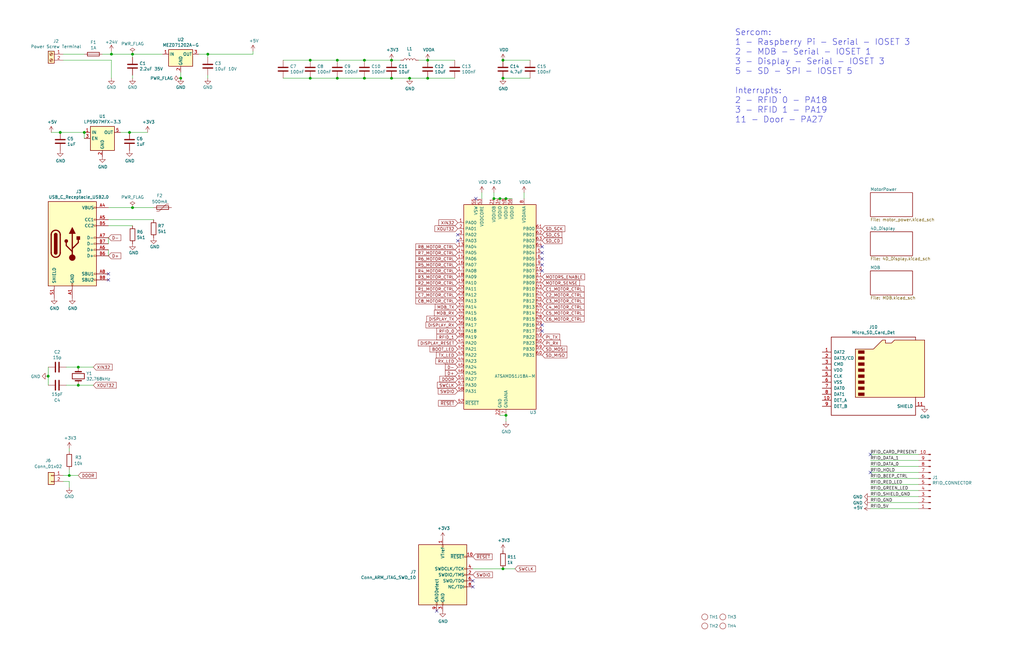
<source format=kicad_sch>
(kicad_sch (version 20201015) (generator eeschema)
  (paper "USLedger")
  (lib_symbols
    (symbol "Connector:Conn_01x10_Male" (pin_names (offset 1.016) hide)
      (property "Reference" "J" (at 0 12.7 0))
      (property "Value" "Conn_01x10_Male" (at 0 -15.24 0))
      (symbol "Conn_01x10_Male_1_1"
        (rectangle (start 0.8636 -12.573) (end 0 -12.827) (stroke (width 0.1524)) (fill (type outline)))
        (rectangle (start 0.8636 -10.033) (end 0 -10.287) (stroke (width 0.1524)) (fill (type outline)))
        (rectangle (start 0.8636 -7.493) (end 0 -7.747) (stroke (width 0.1524)) (fill (type outline)))
        (rectangle (start 0.8636 -4.953) (end 0 -5.207) (stroke (width 0.1524)) (fill (type outline)))
        (rectangle (start 0.8636 -2.413) (end 0 -2.667) (stroke (width 0.1524)) (fill (type outline)))
        (rectangle (start 0.8636 0.127) (end 0 -0.127) (stroke (width 0.1524)) (fill (type outline)))
        (rectangle (start 0.8636 2.667) (end 0 2.413) (stroke (width 0.1524)) (fill (type outline)))
        (rectangle (start 0.8636 5.207) (end 0 4.953) (stroke (width 0.1524)) (fill (type outline)))
        (rectangle (start 0.8636 7.747) (end 0 7.493) (stroke (width 0.1524)) (fill (type outline)))
        (rectangle (start 0.8636 10.287) (end 0 10.033) (stroke (width 0.1524)) (fill (type outline)))
        (polyline (pts (xy 1.27 -12.7) (xy 0.8636 -12.7)) (stroke (width 0.1524)))
        (polyline (pts (xy 1.27 -10.16) (xy 0.8636 -10.16)) (stroke (width 0.1524)))
        (polyline (pts (xy 1.27 -7.62) (xy 0.8636 -7.62)) (stroke (width 0.1524)))
        (polyline (pts (xy 1.27 -5.08) (xy 0.8636 -5.08)) (stroke (width 0.1524)))
        (polyline (pts (xy 1.27 -2.54) (xy 0.8636 -2.54)) (stroke (width 0.1524)))
        (polyline (pts (xy 1.27 0) (xy 0.8636 0)) (stroke (width 0.1524)))
        (polyline (pts (xy 1.27 2.54) (xy 0.8636 2.54)) (stroke (width 0.1524)))
        (polyline (pts (xy 1.27 5.08) (xy 0.8636 5.08)) (stroke (width 0.1524)))
        (polyline (pts (xy 1.27 7.62) (xy 0.8636 7.62)) (stroke (width 0.1524)))
        (polyline (pts (xy 1.27 10.16) (xy 0.8636 10.16)) (stroke (width 0.1524)))
        (pin passive line (at 5.08 10.16 180) (length 3.81) (name "Pin_1") (number "1"))
        (pin passive line (at 5.08 -12.7 180) (length 3.81) (name "Pin_10") (number "10"))
        (pin passive line (at 5.08 7.62 180) (length 3.81) (name "Pin_2") (number "2"))
        (pin passive line (at 5.08 5.08 180) (length 3.81) (name "Pin_3") (number "3"))
        (pin passive line (at 5.08 2.54 180) (length 3.81) (name "Pin_4") (number "4"))
        (pin passive line (at 5.08 0 180) (length 3.81) (name "Pin_5") (number "5"))
        (pin passive line (at 5.08 -2.54 180) (length 3.81) (name "Pin_6") (number "6"))
        (pin passive line (at 5.08 -5.08 180) (length 3.81) (name "Pin_7") (number "7"))
        (pin passive line (at 5.08 -7.62 180) (length 3.81) (name "Pin_8") (number "8"))
        (pin passive line (at 5.08 -10.16 180) (length 3.81) (name "Pin_9") (number "9"))
      )
    )
    (symbol "Connector:Conn_ARM_JTAG_SWD_10" (pin_names (offset 1.016))
      (property "Reference" "J" (at -2.54 16.51 0))
      (property "Value" "Conn_ARM_JTAG_SWD_10" (at -2.54 13.97 0))
      (symbol "Conn_ARM_JTAG_SWD_10_0_1"
        (rectangle (start -10.16 12.7) (end 10.16 -12.7) (stroke (width 0.254)) (fill (type background)))
        (rectangle (start -2.794 -12.7) (end -2.286 -11.684))
        (rectangle (start -0.254 -12.7) (end 0.254 -11.684))
        (rectangle (start -0.254 12.7) (end 0.254 11.684))
        (rectangle (start 9.144 2.286) (end 10.16 2.794))
        (rectangle (start 10.16 -2.794) (end 9.144 -2.286))
        (rectangle (start 10.16 -0.254) (end 9.144 0.254))
        (rectangle (start 10.16 7.874) (end 9.144 7.366))
      )
      (symbol "Conn_ARM_JTAG_SWD_10_1_1"
        (rectangle (start 9.144 -5.334) (end 10.16 -4.826))
        (pin power_in line (at 0 15.24 270) (length 2.54) (name "VTref") (number "1"))
        (pin open_collector line (at 12.7 7.62 180) (length 2.54) (name "~RESET~") (number "10"))
        (pin bidirectional line (at 12.7 0 180) (length 2.54) (name "SWDIO/TMS") (number "2"))
        (pin power_in line (at 0 -15.24 90) (length 2.54) (name "GND") (number "3"))
        (pin output line (at 12.7 2.54 180) (length 2.54) (name "SWDCLK/TCK") (number "4"))
        (pin passive line (at 0 -15.24 90) (length 2.54) hide (name "GND") (number "5"))
        (pin input line (at 12.7 -2.54 180) (length 2.54) (name "SWO/TDO") (number "6"))
        (pin unconnected line (at -10.16 0 0) (length 2.54) hide (name "KEY") (number "7"))
        (pin output line (at 12.7 -5.08 180) (length 2.54) (name "NC/TDI") (number "8"))
        (pin passive line (at -2.54 -15.24 90) (length 2.54) (name "GNDDetect") (number "9"))
      )
    )
    (symbol "Connector:Micro_SD_Card_Det" (pin_names (offset 1.016))
      (property "Reference" "J" (at -16.51 17.78 0))
      (property "Value" "Micro_SD_Card_Det" (at 16.51 17.78 0))
      (symbol "Micro_SD_Card_Det_0_1"
        (rectangle (start -7.62 -6.985) (end -5.08 -8.255) (fill (type outline)))
        (rectangle (start -7.62 -4.445) (end -5.08 -5.715) (fill (type outline)))
        (rectangle (start -7.62 -1.905) (end -5.08 -3.175) (fill (type outline)))
        (rectangle (start -7.62 0.635) (end -5.08 -0.635) (fill (type outline)))
        (rectangle (start -7.62 3.175) (end -5.08 1.905) (fill (type outline)))
        (rectangle (start -7.62 5.715) (end -5.08 4.445) (fill (type outline)))
        (rectangle (start -7.62 8.255) (end -5.08 6.985) (fill (type outline)))
        (rectangle (start -7.62 10.795) (end -5.08 9.525) (fill (type outline)))
        (polyline (pts (xy 16.51 15.24) (xy 16.51 16.51) (xy -19.05 16.51) (xy -19.05 -16.51) (xy 16.51 -16.51) (xy 16.51 -8.89)) (stroke (width 0.254)))
        (polyline (pts (xy -8.89 -8.89) (xy -8.89 11.43) (xy -1.27 11.43) (xy 2.54 15.24) (xy 3.81 15.24) (xy 3.81 13.97) (xy 6.35 13.97) (xy 7.62 15.24) (xy 20.32 15.24) (xy 20.32 -8.89) (xy -8.89 -8.89)) (stroke (width 0.254)) (fill (type background)))
      )
      (symbol "Micro_SD_Card_Det_1_1"
        (pin bidirectional line (at -22.86 10.16 0) (length 3.81) (name "DAT2") (number "1"))
        (pin passive line (at -22.86 -10.16 0) (length 3.81) (name "DET_A") (number "10"))
        (pin passive line (at 20.32 -12.7 180) (length 3.81) (name "SHIELD") (number "11"))
        (pin bidirectional line (at -22.86 7.62 0) (length 3.81) (name "DAT3/CD") (number "2"))
        (pin input line (at -22.86 5.08 0) (length 3.81) (name "CMD") (number "3"))
        (pin power_in line (at -22.86 2.54 0) (length 3.81) (name "VDD") (number "4"))
        (pin input line (at -22.86 0 0) (length 3.81) (name "CLK") (number "5"))
        (pin power_in line (at -22.86 -2.54 0) (length 3.81) (name "VSS") (number "6"))
        (pin bidirectional line (at -22.86 -5.08 0) (length 3.81) (name "DAT0") (number "7"))
        (pin bidirectional line (at -22.86 -7.62 0) (length 3.81) (name "DAT1") (number "8"))
        (pin passive line (at -22.86 -12.7 0) (length 3.81) (name "DET_B") (number "9"))
      )
    )
    (symbol "Connector:Screw_Terminal_01x02" (pin_names (offset 1.016) hide)
      (property "Reference" "J" (at 0 2.54 0))
      (property "Value" "Screw_Terminal_01x02" (at 0 -5.08 0))
      (symbol "Screw_Terminal_01x02_1_1"
        (circle (center 0 -2.54) (radius 0.635) (stroke (width 0.1524)))
        (circle (center 0 0) (radius 0.635) (stroke (width 0.1524)))
        (rectangle (start -1.27 1.27) (end 1.27 -3.81) (stroke (width 0.254)) (fill (type background)))
        (polyline (pts (xy -0.5334 -2.2098) (xy 0.3302 -3.048)) (stroke (width 0.1524)))
        (polyline (pts (xy -0.5334 0.3302) (xy 0.3302 -0.508)) (stroke (width 0.1524)))
        (polyline (pts (xy -0.3556 -2.032) (xy 0.508 -2.8702)) (stroke (width 0.1524)))
        (polyline (pts (xy -0.3556 0.508) (xy 0.508 -0.3302)) (stroke (width 0.1524)))
        (pin passive line (at -5.08 0 0) (length 3.81) (name "Pin_1") (number "1"))
        (pin passive line (at -5.08 -2.54 0) (length 3.81) (name "Pin_2") (number "2"))
      )
    )
    (symbol "Connector_Generic:Conn_01x02" (pin_names (offset 1.016) hide)
      (property "Reference" "J" (at 0 2.54 0))
      (property "Value" "Conn_01x02" (at 0 -5.08 0))
      (symbol "Conn_01x02_1_1"
        (rectangle (start -1.27 -2.413) (end 0 -2.667) (stroke (width 0.1524)))
        (rectangle (start -1.27 0.127) (end 0 -0.127) (stroke (width 0.1524)))
        (rectangle (start -1.27 1.27) (end 1.27 -3.81) (stroke (width 0.254)) (fill (type background)))
        (pin passive line (at -5.08 0 0) (length 3.81) (name "Pin_1") (number "1"))
        (pin passive line (at -5.08 -2.54 0) (length 3.81) (name "Pin_2") (number "2"))
      )
    )
    (symbol "Device:C" (pin_numbers hide) (pin_names (offset 0.254))
      (property "Reference" "C" (at 0.635 2.54 0))
      (property "Value" "C" (at 0.635 -2.54 0))
      (symbol "C_0_1"
        (polyline (pts (xy -2.032 -0.762) (xy 2.032 -0.762)) (stroke (width 0.508)))
        (polyline (pts (xy -2.032 0.762) (xy 2.032 0.762)) (stroke (width 0.508)))
      )
      (symbol "C_1_1"
        (pin passive line (at 0 3.81 270) (length 2.794) (name "~") (number "1"))
        (pin passive line (at 0 -3.81 90) (length 2.794) (name "~") (number "2"))
      )
    )
    (symbol "Device:Crystal" (pin_numbers hide) (pin_names (offset 1.016) hide)
      (property "Reference" "Y" (at 0 3.81 0))
      (property "Value" "Crystal" (at 0 -3.81 0))
      (symbol "Crystal_0_1"
        (rectangle (start -1.143 2.54) (end 1.143 -2.54) (stroke (width 0.3048)))
        (polyline (pts (xy -2.54 0) (xy -1.905 0)))
        (polyline (pts (xy -1.905 -1.27) (xy -1.905 1.27)) (stroke (width 0.508)))
        (polyline (pts (xy 1.905 -1.27) (xy 1.905 1.27)) (stroke (width 0.508)))
        (polyline (pts (xy 2.54 0) (xy 1.905 0)))
      )
      (symbol "Crystal_1_1"
        (pin passive line (at -3.81 0 0) (length 1.27) (name "1") (number "1"))
        (pin passive line (at 3.81 0 180) (length 1.27) (name "2") (number "2"))
      )
    )
    (symbol "Device:Fuse" (pin_numbers hide) (pin_names (offset 0))
      (property "Reference" "F" (at 2.032 0 90))
      (property "Value" "Fuse" (at -1.905 0 90))
      (symbol "Fuse_0_1"
        (rectangle (start -0.762 -2.54) (end 0.762 2.54) (stroke (width 0.254)))
        (polyline (pts (xy 0 2.54) (xy 0 -2.54)))
      )
      (symbol "Fuse_1_1"
        (pin passive line (at 0 3.81 270) (length 1.27) (name "~") (number "1"))
        (pin passive line (at 0 -3.81 90) (length 1.27) (name "~") (number "2"))
      )
    )
    (symbol "Device:L" (pin_numbers hide) (pin_names (offset 1.016) hide)
      (property "Reference" "L" (at -1.27 0 90))
      (property "Value" "L" (at 1.905 0 90))
      (symbol "L_0_1"
        (arc (start 0 -2.54) (end 0 -1.27) (radius (at 0 -1.905) (length 0.635) (angles -89.9 89.9)))
        (arc (start 0 -1.27) (end 0 0) (radius (at 0 -0.635) (length 0.635) (angles -89.9 89.9)))
        (arc (start 0 0) (end 0 1.27) (radius (at 0 0.635) (length 0.635) (angles -89.9 89.9)))
        (arc (start 0 1.27) (end 0 2.54) (radius (at 0 1.905) (length 0.635) (angles -89.9 89.9)))
      )
      (symbol "L_1_1"
        (pin passive line (at 0 3.81 270) (length 1.27) (name "1") (number "1"))
        (pin passive line (at 0 -3.81 90) (length 1.27) (name "2") (number "2"))
      )
    )
    (symbol "Device:Polyfuse" (pin_numbers hide) (pin_names (offset 0))
      (property "Reference" "F" (at -2.54 0 90))
      (property "Value" "Polyfuse" (at 2.54 0 90))
      (symbol "Polyfuse_0_1"
        (rectangle (start -0.762 2.54) (end 0.762 -2.54) (stroke (width 0.254)))
        (polyline (pts (xy 0 2.54) (xy 0 -2.54)))
        (polyline (pts (xy -1.524 2.54) (xy -1.524 1.524) (xy 1.524 -1.524) (xy 1.524 -2.54)))
      )
      (symbol "Polyfuse_1_1"
        (pin passive line (at 0 3.81 270) (length 1.27) (name "~") (number "1"))
        (pin passive line (at 0 -3.81 90) (length 1.27) (name "~") (number "2"))
      )
    )
    (symbol "Device:R" (pin_numbers hide) (pin_names (offset 0))
      (property "Reference" "R" (at 2.032 0 90))
      (property "Value" "R" (at 0 0 90))
      (symbol "R_0_1"
        (rectangle (start -1.016 -2.54) (end 1.016 2.54) (stroke (width 0.254)))
      )
      (symbol "R_1_1"
        (pin passive line (at 0 3.81 270) (length 1.27) (name "~") (number "1"))
        (pin passive line (at 0 -3.81 90) (length 1.27) (name "~") (number "2"))
      )
    )
    (symbol "MCU_Microchip_SAMD:ATSAMD51J18A-M"
      (property "Reference" "U" (at -15.24 -44.45 0))
      (property "Value" "ATSAMD51J18A-M" (at 5.08 -44.45 0))
      (symbol "ATSAMD51J18A-M_0_1"
        (rectangle (start -15.24 43.18) (end 15.24 -43.18) (stroke (width 0.254)) (fill (type background)))
      )
      (symbol "ATSAMD51J18A-M_1_0"
        (pin bidirectional line (at 17.78 25.4 180) (length 2.54) (name "PB03") (number "64"))
      )
      (symbol "ATSAMD51J18A-M_1_1"
        (pin bidirectional line (at -17.78 35.56 0) (length 2.54) (name "PA00") (number "1"))
        (pin bidirectional line (at 17.78 15.24 180) (length 2.54) (name "PB07") (number "10"))
        (pin bidirectional line (at 17.78 12.7 180) (length 2.54) (name "PB08") (number "11"))
        (pin bidirectional line (at 17.78 10.16 180) (length 2.54) (name "PB09") (number "12"))
        (pin bidirectional line (at -17.78 25.4 0) (length 2.54) (name "PA04") (number "13"))
        (pin bidirectional line (at -17.78 22.86 0) (length 2.54) (name "PA05") (number "14"))
        (pin bidirectional line (at -17.78 20.32 0) (length 2.54) (name "PA06") (number "15"))
        (pin bidirectional line (at -17.78 17.78 0) (length 2.54) (name "PA07") (number "16"))
        (pin bidirectional line (at -17.78 15.24 0) (length 2.54) (name "PA08") (number "17"))
        (pin bidirectional line (at -17.78 12.7 0) (length 2.54) (name "PA09") (number "18"))
        (pin bidirectional line (at -17.78 10.16 0) (length 2.54) (name "PA10") (number "19"))
        (pin bidirectional line (at -17.78 33.02 0) (length 2.54) (name "PA01") (number "2"))
        (pin bidirectional line (at -17.78 7.62 0) (length 2.54) (name "PA11") (number "20"))
        (pin power_in line (at -2.54 45.72 270) (length 2.54) (name "VDDIOB") (number "21"))
        (pin power_in line (at 0 -45.72 90) (length 2.54) (name "GND") (number "22"))
        (pin bidirectional line (at 17.78 7.62 180) (length 2.54) (name "PB10") (number "23"))
        (pin bidirectional line (at 17.78 5.08 180) (length 2.54) (name "PB11") (number "24"))
        (pin bidirectional line (at 17.78 2.54 180) (length 2.54) (name "PB12") (number "25"))
        (pin bidirectional line (at 17.78 0 180) (length 2.54) (name "PB13") (number "26"))
        (pin bidirectional line (at 17.78 -2.54 180) (length 2.54) (name "PB14") (number "27"))
        (pin bidirectional line (at 17.78 -5.08 180) (length 2.54) (name "PB15") (number "28"))
        (pin bidirectional line (at -17.78 5.08 0) (length 2.54) (name "PA12") (number "29"))
        (pin bidirectional line (at -17.78 30.48 0) (length 2.54) (name "PA02") (number "3"))
        (pin bidirectional line (at -17.78 2.54 0) (length 2.54) (name "PA13") (number "30"))
        (pin bidirectional line (at -17.78 0 0) (length 2.54) (name "PA14") (number "31"))
        (pin bidirectional line (at -17.78 -2.54 0) (length 2.54) (name "PA15") (number "32"))
        (pin passive line (at 0 -45.72 90) (length 2.54) hide (name "GND") (number "33"))
        (pin power_in line (at 0 45.72 270) (length 2.54) (name "VDDIO") (number "34"))
        (pin bidirectional line (at -17.78 -5.08 0) (length 2.54) (name "PA16") (number "35"))
        (pin bidirectional line (at -17.78 -7.62 0) (length 2.54) (name "PA17") (number "36"))
        (pin bidirectional line (at -17.78 -10.16 0) (length 2.54) (name "PA18") (number "37"))
        (pin bidirectional line (at -17.78 -12.7 0) (length 2.54) (name "PA19") (number "38"))
        (pin bidirectional line (at 17.78 -7.62 180) (length 2.54) (name "PB16") (number "39"))
        (pin bidirectional line (at -17.78 27.94 0) (length 2.54) (name "PA03") (number "4"))
        (pin bidirectional line (at 17.78 -10.16 180) (length 2.54) (name "PB17") (number "40"))
        (pin bidirectional line (at -17.78 -15.24 0) (length 2.54) (name "PA20") (number "41"))
        (pin bidirectional line (at -17.78 -17.78 0) (length 2.54) (name "PA21") (number "42"))
        (pin bidirectional line (at -17.78 -20.32 0) (length 2.54) (name "PA22") (number "43"))
        (pin bidirectional line (at -17.78 -22.86 0) (length 2.54) (name "PA23") (number "44"))
        (pin bidirectional line (at -17.78 -25.4 0) (length 2.54) (name "PA24") (number "45"))
        (pin bidirectional line (at -17.78 -27.94 0) (length 2.54) (name "PA25") (number "46"))
        (pin passive line (at 0 -45.72 90) (length 2.54) hide (name "GND") (number "47"))
        (pin power_in line (at 2.54 45.72 270) (length 2.54) (name "VDDIO") (number "48"))
        (pin bidirectional line (at 17.78 -12.7 180) (length 2.54) (name "PB22") (number "49"))
        (pin bidirectional line (at 17.78 22.86 180) (length 2.54) (name "PB04") (number "5"))
        (pin bidirectional line (at 17.78 -15.24 180) (length 2.54) (name "PB23") (number "50"))
        (pin bidirectional line (at -17.78 -30.48 0) (length 2.54) (name "PA27") (number "51"))
        (pin input line (at -17.78 -40.64 0) (length 2.54) (name "~RESET") (number "52"))
        (pin power_out line (at -7.62 45.72 270) (length 2.54) (name "VDDCORE") (number "53"))
        (pin passive line (at 0 -45.72 90) (length 2.54) hide (name "GND") (number "54"))
        (pin power_in line (at -10.16 45.72 270) (length 2.54) (name "VSW") (number "55"))
        (pin power_in line (at 5.08 45.72 270) (length 2.54) (name "VDDIO") (number "56"))
        (pin bidirectional line (at -17.78 -33.02 0) (length 2.54) (name "PA30") (number "57"))
        (pin bidirectional line (at -17.78 -35.56 0) (length 2.54) (name "PA31") (number "58"))
        (pin bidirectional line (at 17.78 -17.78 180) (length 2.54) (name "PB30") (number "59"))
        (pin bidirectional line (at 17.78 20.32 180) (length 2.54) (name "PB05") (number "6"))
        (pin bidirectional line (at 17.78 -20.32 180) (length 2.54) (name "PB31") (number "60"))
        (pin bidirectional line (at 17.78 33.02 180) (length 2.54) (name "PB00") (number "61"))
        (pin bidirectional line (at 17.78 30.48 180) (length 2.54) (name "PB01") (number "62"))
        (pin bidirectional line (at 17.78 27.94 180) (length 2.54) (name "PB02") (number "63"))
        (pin passive line (at 0 -45.72 90) (length 2.54) hide (name "GND") (number "65"))
        (pin power_in line (at 2.54 -45.72 90) (length 2.54) (name "GNDANA") (number "7"))
        (pin power_in line (at 10.16 45.72 270) (length 2.54) (name "VDDANA") (number "8"))
        (pin bidirectional line (at 17.78 17.78 180) (length 2.54) (name "PB06") (number "9"))
      )
    )
    (symbol "Regulator_Linear:LP5907MFX-3.3"
      (property "Reference" "U" (at -3.81 6.35 0))
      (property "Value" "LP5907MFX-3.3" (at 6.35 6.35 0))
      (symbol "LP5907MFX-3.3_0_1"
        (rectangle (start -5.08 -5.08) (end 5.08 5.08) (stroke (width 0.254)) (fill (type background)))
        (pin power_in line (at -7.62 2.54 0) (length 2.54) (name "IN") (number "1"))
        (pin power_in line (at 0 -7.62 90) (length 2.54) (name "GND") (number "2"))
        (pin input line (at -7.62 0 0) (length 2.54) (name "EN") (number "3"))
        (pin unconnected line (at 5.08 0 180) (length 2.54) hide (name "NC") (number "4"))
        (pin power_out line (at 7.62 2.54 180) (length 2.54) (name "OUT") (number "5"))
      )
    )
    (symbol "Regulator_Linear:uA7805" (pin_names (offset 0.254))
      (property "Reference" "U" (at -3.81 3.175 0))
      (property "Value" "uA7805" (at 0 3.175 0))
      (symbol "uA7805_0_1"
        (rectangle (start -5.08 1.905) (end 5.08 -5.08) (stroke (width 0.254)) (fill (type background)))
      )
      (symbol "uA7805_1_1"
        (pin power_in line (at -7.62 0 0) (length 2.54) (name "IN") (number "1"))
        (pin power_in line (at 0 -7.62 90) (length 2.54) (name "GND") (number "2"))
        (pin power_out line (at 7.62 0 180) (length 2.54) (name "OUT") (number "3"))
      )
    )
    (symbol "Snack_Machine:USB_C_Receptacle_USB2.0" (pin_names (offset 1.016))
      (property "Reference" "J" (at -10.16 19.05 0))
      (property "Value" "USB_C_Receptacle_USB2.0" (at 19.05 19.05 0))
      (symbol "USB_C_Receptacle_USB2.0_0_0"
        (rectangle (start -0.254 -17.78) (end 0.254 -16.764))
        (rectangle (start 10.16 -14.986) (end 9.144 -15.494))
        (rectangle (start 10.16 -12.446) (end 9.144 -12.954))
        (rectangle (start 10.16 -4.826) (end 9.144 -5.334))
        (rectangle (start 10.16 -2.286) (end 9.144 -2.794))
        (rectangle (start 10.16 0.254) (end 9.144 -0.254))
        (rectangle (start 10.16 2.794) (end 9.144 2.286))
        (rectangle (start 10.16 7.874) (end 9.144 7.366))
        (rectangle (start 10.16 10.414) (end 9.144 9.906))
        (rectangle (start 10.16 15.494) (end 9.144 14.986))
      )
      (symbol "USB_C_Receptacle_USB2.0_0_1"
        (arc (start -8.89 -3.81) (end -5.08 -3.81) (radius (at -6.985 -3.81) (length 1.905) (angles -179.9 -0.1)) (stroke (width 0.508)))
        (arc (start -7.62 -3.81) (end -6.35 -3.81) (radius (at -6.985 -3.81) (length 0.635) (angles -179.9 -0.1)) (stroke (width 0.254)))
        (arc (start -7.62 -3.81) (end -6.35 -3.81) (radius (at -6.985 -3.81) (length 0.635) (angles -179.9 -0.1)) (stroke (width 0.254)) (fill (type outline)))
        (arc (start -6.35 3.81) (end -7.62 3.81) (radius (at -6.985 3.81) (length 0.635) (angles 0.1 179.9)) (stroke (width 0.254)) (fill (type outline)))
        (arc (start -6.35 3.81) (end -7.62 3.81) (radius (at -6.985 3.81) (length 0.635) (angles 0.1 179.9)) (stroke (width 0.254)))
        (arc (start -5.08 3.81) (end -8.89 3.81) (radius (at -6.985 3.81) (length 1.905) (angles 0.1 179.9)) (stroke (width 0.508)))
        (circle (center -2.54 1.143) (radius 0.635) (stroke (width 0.254)) (fill (type outline)))
        (circle (center 0 -5.842) (radius 1.27) (fill (type outline)))
        (rectangle (start -10.16 17.78) (end 10.16 -17.78) (stroke (width 0.254)) (fill (type background)))
        (rectangle (start -7.62 -3.81) (end -6.35 3.81) (stroke (width 0.254)) (fill (type outline)))
        (rectangle (start 1.905 1.778) (end 3.175 3.048) (stroke (width 0.254)) (fill (type outline)))
        (polyline (pts (xy -8.89 -3.81) (xy -8.89 3.81)) (stroke (width 0.508)))
        (polyline (pts (xy -5.08 3.81) (xy -5.08 -3.81)) (stroke (width 0.508)))
        (polyline (pts (xy 0 -5.842) (xy 0 4.318)) (stroke (width 0.508)))
        (polyline (pts (xy 0 -3.302) (xy -2.54 -0.762) (xy -2.54 0.508)) (stroke (width 0.508)))
        (polyline (pts (xy 0 -2.032) (xy 2.54 0.508) (xy 2.54 1.778)) (stroke (width 0.508)))
        (polyline (pts (xy -1.27 4.318) (xy 0 6.858) (xy 1.27 4.318) (xy -1.27 4.318)) (stroke (width 0.254)) (fill (type outline)))
      )
      (symbol "USB_C_Receptacle_USB2.0_1_1"
        (pin power_in line (at 0 -22.86 90) (length 5.08) (name "GND") (number "A1"))
        (pin power_in line (at 15.24 15.24 180) (length 5.08) (name "VBUS") (number "A4"))
        (pin bidirectional line (at 15.24 10.16 180) (length 5.08) (name "CC1") (number "A5"))
        (pin bidirectional line (at 15.24 -2.54 180) (length 5.08) (name "D+") (number "A6"))
        (pin bidirectional line (at 15.24 2.54 180) (length 5.08) (name "D-") (number "A7"))
        (pin bidirectional line (at 15.24 -12.7 180) (length 5.08) (name "SBU1") (number "A8"))
        (pin passive line (at 0 -22.86 90) (length 5.08) hide (name "GND") (number "B1"))
        (pin passive line (at 15.24 15.24 180) (length 5.08) hide (name "VBUS") (number "B4"))
        (pin bidirectional line (at 15.24 7.62 180) (length 5.08) (name "CC2") (number "B5"))
        (pin bidirectional line (at 15.24 -5.08 180) (length 5.08) (name "D+") (number "B6"))
        (pin bidirectional line (at 15.24 0 180) (length 5.08) (name "D-") (number "B7"))
        (pin bidirectional line (at 15.24 -15.24 180) (length 5.08) (name "SBU2") (number "B8"))
        (pin passive line (at -7.62 -22.86 90) (length 5.08) (name "SHIELD") (number "S1"))
      )
    )
    (symbol "Snack_Machine:tooling_hole" (pin_numbers hide) (pin_names (offset 1.016) hide)
      (property "Reference" "TH" (at 2.54 0 0))
      (symbol "tooling_hole_0_0"
        (circle (center 0 0) (radius 1.27))
      )
    )
    (symbol "power:+24V" (power) (pin_names (offset 0))
      (property "Value" "+24V" (at 0 3.556 0))
      (symbol "+24V_0_1"
        (polyline (pts (xy -0.762 1.27) (xy 0 2.54)))
        (polyline (pts (xy 0 0) (xy 0 2.54)))
        (polyline (pts (xy 0 2.54) (xy 0.762 1.27)))
      )
      (symbol "+24V_1_1"
        (pin power_in line (at 0 0 90) (length 0) hide (name "+24V") (number "1"))
      )
    )
    (symbol "power:+3.3V" (power) (pin_names (offset 0))
      (property "Value" "+3.3V" (at 0 3.556 0))
      (symbol "+3.3V_0_1"
        (polyline (pts (xy -0.762 1.27) (xy 0 2.54)))
        (polyline (pts (xy 0 0) (xy 0 2.54)))
        (polyline (pts (xy 0 2.54) (xy 0.762 1.27)))
      )
      (symbol "+3.3V_1_1"
        (pin power_in line (at 0 0 90) (length 0) hide (name "+3V3") (number "1"))
      )
    )
    (symbol "power:+5V" (power) (pin_names (offset 0))
      (property "Value" "+5V" (at 0 3.556 0))
      (symbol "+5V_0_1"
        (polyline (pts (xy -0.762 1.27) (xy 0 2.54)))
        (polyline (pts (xy 0 0) (xy 0 2.54)))
        (polyline (pts (xy 0 2.54) (xy 0.762 1.27)))
      )
      (symbol "+5V_1_1"
        (pin power_in line (at 0 0 90) (length 0) hide (name "+5V") (number "1"))
      )
    )
    (symbol "power:GND" (power) (pin_names (offset 0))
      (property "Value" "GND" (at 0 -3.81 0))
      (symbol "GND_0_1"
        (polyline (pts (xy 0 0) (xy 0 -1.27) (xy 1.27 -1.27) (xy 0 -2.54) (xy -1.27 -1.27) (xy 0 -1.27)))
      )
      (symbol "GND_1_1"
        (pin power_in line (at 0 0 270) (length 0) hide (name "GND") (number "1"))
      )
    )
    (symbol "power:PWR_FLAG" (power) (pin_numbers hide) (pin_names (offset 0) hide)
      (property "Value" "PWR_FLAG" (at 0 3.81 0))
      (symbol "PWR_FLAG_0_0"
        (pin power_out line (at 0 0 90) (length 0) (name "pwr") (number "1"))
      )
      (symbol "PWR_FLAG_0_1"
        (polyline (pts (xy 0 0) (xy 0 1.27) (xy -1.016 1.905) (xy 0 2.54) (xy 1.016 1.905) (xy 0 1.27)))
      )
    )
    (symbol "power:VDD" (power) (pin_names (offset 0))
      (property "Value" "VDD" (at 0 3.81 0))
      (symbol "VDD_0_1"
        (polyline (pts (xy -0.762 1.27) (xy 0 2.54)))
        (polyline (pts (xy 0 0) (xy 0 2.54)))
        (polyline (pts (xy 0 2.54) (xy 0.762 1.27)))
      )
      (symbol "VDD_1_1"
        (pin power_in line (at 0 0 90) (length 0) hide (name "VDD") (number "1"))
      )
    )
    (symbol "power:VDDA" (power) (pin_names (offset 0))
      (property "Value" "VDDA" (at 0 3.81 0))
      (symbol "VDDA_0_1"
        (polyline (pts (xy -0.762 1.27) (xy 0 2.54)))
        (polyline (pts (xy 0 0) (xy 0 2.54)))
        (polyline (pts (xy 0 2.54) (xy 0.762 1.27)))
      )
      (symbol "VDDA_1_1"
        (pin power_in line (at 0 0 90) (length 0) hide (name "VDDA") (number "1"))
      )
    )
  )
  (junction (at 20.32 158.75) (diameter 1.016))
  (junction (at 25.4 55.88) (diameter 1.016))
  (junction (at 29.21 200.66) (diameter 1.016))
  (junction (at 33.02 154.94) (diameter 1.016))
  (junction (at 33.02 162.56) (diameter 1.016))
  (junction (at 35.56 55.88) (diameter 1.016))
  (junction (at 46.99 22.86) (diameter 1.016))
  (junction (at 54.61 55.88) (diameter 1.016))
  (junction (at 55.88 22.86) (diameter 1.016))
  (junction (at 55.88 87.63) (diameter 1.016))
  (junction (at 76.2 33.02) (diameter 1.016))
  (junction (at 87.63 22.86) (diameter 1.016))
  (junction (at 130.81 25.4) (diameter 1.016))
  (junction (at 130.81 33.02) (diameter 1.016))
  (junction (at 142.24 25.4) (diameter 1.016))
  (junction (at 142.24 33.02) (diameter 1.016))
  (junction (at 153.67 25.4) (diameter 1.016))
  (junction (at 153.67 33.02) (diameter 1.016))
  (junction (at 165.1 25.4) (diameter 1.016))
  (junction (at 165.1 33.02) (diameter 1.016))
  (junction (at 172.72 33.02) (diameter 1.016))
  (junction (at 180.34 25.4) (diameter 1.016))
  (junction (at 180.34 33.02) (diameter 1.016))
  (junction (at 208.28 83.82) (diameter 1.016))
  (junction (at 210.82 83.82) (diameter 1.016))
  (junction (at 212.09 25.4) (diameter 1.016))
  (junction (at 212.09 33.02) (diameter 1.016))
  (junction (at 212.09 240.03) (diameter 1.016))
  (junction (at 213.36 83.82) (diameter 1.016))
  (junction (at 213.36 175.26) (diameter 1.016))
  (no_connect (at 45.72 115.57))
  (no_connect (at 45.72 118.11))
  (no_connect (at 184.15 257.81))
  (no_connect (at 193.04 99.06))
  (no_connect (at 193.04 101.6))
  (no_connect (at 199.39 245.11))
  (no_connect (at 199.39 247.65))
  (no_connect (at 200.66 83.82))
  (no_connect (at 228.6 104.14))
  (no_connect (at 228.6 106.68))
  (no_connect (at 228.6 109.22))
  (no_connect (at 228.6 111.76))
  (no_connect (at 228.6 114.3))
  (no_connect (at 228.6 137.16))
  (no_connect (at 228.6 139.7))
  (no_connect (at 367.03 191.77))
  (no_connect (at 367.03 199.39))
  (wire (pts (xy 20.32 158.75) (xy 20.32 154.94)))
  (wire (pts (xy 20.32 162.56) (xy 20.32 158.75)))
  (wire (pts (xy 25.4 55.88) (xy 21.59 55.88)))
  (wire (pts (xy 25.4 55.88) (xy 35.56 55.88)))
  (wire (pts (xy 26.67 22.86) (xy 35.56 22.86)))
  (wire (pts (xy 26.67 25.4) (xy 46.99 25.4)))
  (wire (pts (xy 26.67 200.66) (xy 29.21 200.66)))
  (wire (pts (xy 26.67 203.2) (xy 29.21 203.2)))
  (wire (pts (xy 27.94 154.94) (xy 33.02 154.94)))
  (wire (pts (xy 27.94 162.56) (xy 33.02 162.56)))
  (wire (pts (xy 29.21 189.23) (xy 29.21 190.5)))
  (wire (pts (xy 29.21 198.12) (xy 29.21 200.66)))
  (wire (pts (xy 29.21 203.2) (xy 29.21 205.74)))
  (wire (pts (xy 33.02 154.94) (xy 39.37 154.94)))
  (wire (pts (xy 33.02 200.66) (xy 29.21 200.66)))
  (wire (pts (xy 35.56 58.42) (xy 35.56 55.88)))
  (wire (pts (xy 39.37 162.56) (xy 33.02 162.56)))
  (wire (pts (xy 43.18 22.86) (xy 46.99 22.86)))
  (wire (pts (xy 45.72 87.63) (xy 55.88 87.63)))
  (wire (pts (xy 45.72 92.71) (xy 64.77 92.71)))
  (wire (pts (xy 45.72 95.25) (xy 55.88 95.25)))
  (wire (pts (xy 45.72 102.87) (xy 45.72 100.33)))
  (wire (pts (xy 45.72 107.95) (xy 45.72 105.41)))
  (wire (pts (xy 46.99 21.59) (xy 46.99 22.86)))
  (wire (pts (xy 46.99 22.86) (xy 55.88 22.86)))
  (wire (pts (xy 46.99 25.4) (xy 46.99 33.02)))
  (wire (pts (xy 50.8 55.88) (xy 54.61 55.88)))
  (wire (pts (xy 54.61 55.88) (xy 62.23 55.88)))
  (wire (pts (xy 55.88 22.86) (xy 55.88 24.13)))
  (wire (pts (xy 55.88 22.86) (xy 68.58 22.86)))
  (wire (pts (xy 55.88 31.75) (xy 55.88 33.02)))
  (wire (pts (xy 64.77 87.63) (xy 55.88 87.63)))
  (wire (pts (xy 76.2 30.48) (xy 76.2 33.02)))
  (wire (pts (xy 83.82 22.86) (xy 87.63 22.86)))
  (wire (pts (xy 87.63 22.86) (xy 87.63 24.13)))
  (wire (pts (xy 87.63 22.86) (xy 106.68 22.86)))
  (wire (pts (xy 87.63 31.75) (xy 87.63 33.02)))
  (wire (pts (xy 106.68 22.86) (xy 106.68 21.59)))
  (wire (pts (xy 119.38 25.4) (xy 130.81 25.4)))
  (wire (pts (xy 119.38 33.02) (xy 130.81 33.02)))
  (wire (pts (xy 130.81 25.4) (xy 142.24 25.4)))
  (wire (pts (xy 130.81 33.02) (xy 142.24 33.02)))
  (wire (pts (xy 142.24 25.4) (xy 153.67 25.4)))
  (wire (pts (xy 142.24 33.02) (xy 153.67 33.02)))
  (wire (pts (xy 153.67 25.4) (xy 165.1 25.4)))
  (wire (pts (xy 153.67 33.02) (xy 165.1 33.02)))
  (wire (pts (xy 165.1 33.02) (xy 172.72 33.02)))
  (wire (pts (xy 168.91 25.4) (xy 165.1 25.4)))
  (wire (pts (xy 172.72 33.02) (xy 180.34 33.02)))
  (wire (pts (xy 176.53 25.4) (xy 180.34 25.4)))
  (wire (pts (xy 180.34 25.4) (xy 191.77 25.4)))
  (wire (pts (xy 180.34 33.02) (xy 191.77 33.02)))
  (wire (pts (xy 199.39 240.03) (xy 212.09 240.03)))
  (wire (pts (xy 203.2 81.28) (xy 203.2 83.82)))
  (wire (pts (xy 208.28 83.82) (xy 208.28 81.28)))
  (wire (pts (xy 208.28 83.82) (xy 210.82 83.82)))
  (wire (pts (xy 210.82 83.82) (xy 213.36 83.82)))
  (wire (pts (xy 210.82 175.26) (xy 213.36 175.26)))
  (wire (pts (xy 212.09 25.4) (xy 223.52 25.4)))
  (wire (pts (xy 212.09 240.03) (xy 217.17 240.03)))
  (wire (pts (xy 213.36 83.82) (xy 215.9 83.82)))
  (wire (pts (xy 213.36 177.8) (xy 213.36 175.26)))
  (wire (pts (xy 220.98 81.28) (xy 220.98 83.82)))
  (wire (pts (xy 223.52 33.02) (xy 212.09 33.02)))
  (wire (pts (xy 367.03 191.77) (xy 387.35 191.77)))
  (wire (pts (xy 367.03 194.31) (xy 387.35 194.31)))
  (wire (pts (xy 367.03 196.85) (xy 387.35 196.85)))
  (wire (pts (xy 367.03 199.39) (xy 387.35 199.39)))
  (wire (pts (xy 367.03 201.93) (xy 387.35 201.93)))
  (wire (pts (xy 367.03 204.47) (xy 387.35 204.47)))
  (wire (pts (xy 367.03 207.01) (xy 387.35 207.01)))
  (wire (pts (xy 367.03 209.55) (xy 387.35 209.55)))
  (wire (pts (xy 367.03 212.09) (xy 387.35 212.09)))
  (wire (pts (xy 367.03 214.63) (xy 387.35 214.63)))
  (text "Sercom:\n1 - Raspberry Pi - Serial - IOSET 3\n2 - MDB - Serial - IOSET 1\n3 - Display - Serial - IOSET 3\n5 - SD - SPI - IOSET 5\n\nInterrupts:\n2 - RFID 0 - PA18\n3 - RFID 1 - PA19\n11 - Door - PA27" (at 309.88 52.07 0) (effects (font (size 2.54 2.54)) (justify left bottom)))
  (label "RFID_CARD_PRESENT" (at 367.03 191.77 0))
  (label "RFID_DATA_1" (at 367.03 194.31 0))
  (label "RFID_DATA_0" (at 367.03 196.85 0))
  (label "RFID_HOLD" (at 367.03 199.39 0))
  (label "RFID_BEEP_CTRL" (at 367.03 201.93 0))
  (label "RFID_RED_LED" (at 367.03 204.47 0))
  (label "RFID_GREEN_LED" (at 367.03 207.01 0))
  (label "RFID_SHIELD_GND" (at 367.03 209.55 0))
  (label "RFID_GND" (at 367.03 212.09 0))
  (label "RFID_5V" (at 367.03 214.63 0))
  (global_label "DOOR" (shape input) (at 33.02 200.66 0) (property "Intersheet References" "${INTERSHEET_REFS}" (effects hide)))
  (global_label "XIN32" (shape input) (at 39.37 154.94 0) (property "Intersheet References" "${INTERSHEET_REFS}" (effects hide)))
  (global_label "XOUT32" (shape input) (at 39.37 162.56 0) (property "Intersheet References" "${INTERSHEET_REFS}" (effects hide)))
  (global_label "D-" (shape input) (at 45.72 100.33 0) (property "Intersheet References" "${INTERSHEET_REFS}" (effects hide)))
  (global_label "D+" (shape input) (at 45.72 107.95 0) (property "Intersheet References" "${INTERSHEET_REFS}" (effects hide)))
  (global_label "XIN32" (shape input) (at 193.04 93.98 180) (property "Intersheet References" "${INTERSHEET_REFS}" (effects hide)))
  (global_label "XOUT32" (shape input) (at 193.04 96.52 180) (property "Intersheet References" "${INTERSHEET_REFS}" (effects hide)))
  (global_label "R8_MOTOR_CTRL" (shape input) (at 193.04 104.14 180) (property "Intersheet References" "${INTERSHEET_REFS}" (effects hide)))
  (global_label "R7_MOTOR_CTRL" (shape input) (at 193.04 106.68 180) (property "Intersheet References" "${INTERSHEET_REFS}" (effects hide)))
  (global_label "R6_MOTOR_CTRL" (shape input) (at 193.04 109.22 180) (property "Intersheet References" "${INTERSHEET_REFS}" (effects hide)))
  (global_label "R5_MOTOR_CTRL" (shape input) (at 193.04 111.76 180) (property "Intersheet References" "${INTERSHEET_REFS}" (effects hide)))
  (global_label "R4_MOTOR_CTRL" (shape input) (at 193.04 114.3 180) (property "Intersheet References" "${INTERSHEET_REFS}" (effects hide)))
  (global_label "R3_MOTOR_CTRL" (shape input) (at 193.04 116.84 180) (property "Intersheet References" "${INTERSHEET_REFS}" (effects hide)))
  (global_label "R2_MOTOR_CTRL" (shape input) (at 193.04 119.38 180) (property "Intersheet References" "${INTERSHEET_REFS}" (effects hide)))
  (global_label "R1_MOTOR_CTRL" (shape input) (at 193.04 121.92 180) (property "Intersheet References" "${INTERSHEET_REFS}" (effects hide)))
  (global_label "C7_MOTOR_CTRL" (shape input) (at 193.04 124.46 180) (property "Intersheet References" "${INTERSHEET_REFS}" (effects hide)))
  (global_label "C8_MOTOR_CTRL" (shape input) (at 193.04 127 180) (property "Intersheet References" "${INTERSHEET_REFS}" (effects hide)))
  (global_label "MDB_TX" (shape input) (at 193.04 129.54 180) (property "Intersheet References" "${INTERSHEET_REFS}" (effects hide)))
  (global_label "MDB_RX" (shape input) (at 193.04 132.08 180) (property "Intersheet References" "${INTERSHEET_REFS}" (effects hide)))
  (global_label "DISPLAY_TX" (shape input) (at 193.04 134.62 180) (property "Intersheet References" "${INTERSHEET_REFS}" (effects hide)))
  (global_label "DISPLAY_RX" (shape input) (at 193.04 137.16 180) (property "Intersheet References" "${INTERSHEET_REFS}" (effects hide)))
  (global_label "RFID_0" (shape input) (at 193.04 139.7 180) (property "Intersheet References" "${INTERSHEET_REFS}" (effects hide)))
  (global_label "RFID_1" (shape input) (at 193.04 142.24 180) (property "Intersheet References" "${INTERSHEET_REFS}" (effects hide)))
  (global_label "DISPLAY_RESET" (shape input) (at 193.04 144.78 180) (property "Intersheet References" "${INTERSHEET_REFS}" (effects hide)))
  (global_label "BOOT_LED" (shape input) (at 193.04 147.32 180) (property "Intersheet References" "${INTERSHEET_REFS}" (effects hide)))
  (global_label "TX_LED" (shape input) (at 193.04 149.86 180) (property "Intersheet References" "${INTERSHEET_REFS}" (effects hide)))
  (global_label "RX_LED" (shape input) (at 193.04 152.4 180) (property "Intersheet References" "${INTERSHEET_REFS}" (effects hide)))
  (global_label "D-" (shape input) (at 193.04 154.94 180) (property "Intersheet References" "${INTERSHEET_REFS}" (effects hide)))
  (global_label "D+" (shape input) (at 193.04 157.48 180) (property "Intersheet References" "${INTERSHEET_REFS}" (effects hide)))
  (global_label "DOOR" (shape input) (at 193.04 160.02 180) (property "Intersheet References" "${INTERSHEET_REFS}" (effects hide)))
  (global_label "SWCLK" (shape input) (at 193.04 162.56 180) (property "Intersheet References" "${INTERSHEET_REFS}" (effects hide)))
  (global_label "SWDIO" (shape input) (at 193.04 165.1 180) (property "Intersheet References" "${INTERSHEET_REFS}" (effects hide)))
  (global_label "~RESET" (shape input) (at 193.04 170.18 180) (property "Intersheet References" "${INTERSHEET_REFS}" (effects hide)))
  (global_label "~RESET" (shape input) (at 199.39 234.95 0) (property "Intersheet References" "${INTERSHEET_REFS}" (effects hide)))
  (global_label "SWDIO" (shape input) (at 199.39 242.57 0) (property "Intersheet References" "${INTERSHEET_REFS}" (effects hide)))
  (global_label "SWCLK" (shape input) (at 217.17 240.03 0) (property "Intersheet References" "${INTERSHEET_REFS}" (effects hide)))
  (global_label "SD_SCK" (shape input) (at 228.6 96.52 0) (property "Intersheet References" "${INTERSHEET_REFS}" (effects hide)))
  (global_label "SD_CS" (shape input) (at 228.6 99.06 0) (property "Intersheet References" "${INTERSHEET_REFS}" (effects hide)))
  (global_label "SD_CD" (shape input) (at 228.6 101.6 0) (property "Intersheet References" "${INTERSHEET_REFS}" (effects hide)))
  (global_label "MOTORS_ENABLE" (shape input) (at 228.6 116.84 0) (property "Intersheet References" "${INTERSHEET_REFS}" (effects hide)))
  (global_label "MOTOR_SENSE" (shape input) (at 228.6 119.38 0) (property "Intersheet References" "${INTERSHEET_REFS}" (effects hide)))
  (global_label "C1_MOTOR_CTRL" (shape input) (at 228.6 121.92 0) (property "Intersheet References" "${INTERSHEET_REFS}" (effects hide)))
  (global_label "C2_MOTOR_CTRL" (shape input) (at 228.6 124.46 0) (property "Intersheet References" "${INTERSHEET_REFS}" (effects hide)))
  (global_label "C3_MOTOR_CTRL" (shape input) (at 228.6 127 0) (property "Intersheet References" "${INTERSHEET_REFS}" (effects hide)))
  (global_label "C4_MOTOR_CTRL" (shape input) (at 228.6 129.54 0) (property "Intersheet References" "${INTERSHEET_REFS}" (effects hide)))
  (global_label "C5_MOTOR_CTRL" (shape input) (at 228.6 132.08 0) (property "Intersheet References" "${INTERSHEET_REFS}" (effects hide)))
  (global_label "C6_MOTOR_CTRL" (shape input) (at 228.6 134.62 0) (property "Intersheet References" "${INTERSHEET_REFS}" (effects hide)))
  (global_label "PI_TX" (shape input) (at 228.6 142.24 0) (property "Intersheet References" "${INTERSHEET_REFS}" (effects hide)))
  (global_label "PI_RX" (shape input) (at 228.6 144.78 0) (property "Intersheet References" "${INTERSHEET_REFS}" (effects hide)))
  (global_label "SD_MOSI" (shape input) (at 228.6 147.32 0) (property "Intersheet References" "${INTERSHEET_REFS}" (effects hide)))
  (global_label "SD_MISO" (shape input) (at 228.6 149.86 0) (property "Intersheet References" "${INTERSHEET_REFS}" (effects hide)))
  (symbol (lib_id "power:PWR_FLAG") (at 55.88 22.86 0) (unit 1)
    (property "Reference" "#FLG0101" (effects hide))
    (property "Value" "PWR_FLAG" (at 55.88 18.4658 0))
  )
  (symbol (lib_id "power:PWR_FLAG") (at 55.88 87.63 0) (unit 1)
    (property "Reference" "#FLG0102" (effects hide))
    (property "Value" "PWR_FLAG" (at 55.88 83.2358 0))
  )
  (symbol (lib_id "power:PWR_FLAG") (at 76.2 33.02 90) (unit 1)
    (property "Reference" "#FLG0103" (effects hide))
    (property "Value" "PWR_FLAG" (at 72.9742 33.02 90) (effects (justify left)))
  )
  (symbol (lib_id "Snack_Machine:tooling_hole") (at 297.18 260.35 0) (unit 1)
    (property "Reference" "TH1" (at 299.1612 260.35 0) (effects (justify left)))
    (property "Value" "tooling_hole" (effects hide))
    (property "Footprint" "Snack Machine:tooling_hole_2.55" (effects hide))
  )
  (symbol (lib_id "Snack_Machine:tooling_hole") (at 297.18 264.16 0) (unit 1)
    (property "Reference" "TH2" (at 299.1612 264.16 0) (effects (justify left)))
    (property "Value" "tooling_hole" (effects hide))
    (property "Footprint" "Snack Machine:tooling_hole_2.55" (effects hide))
  )
  (symbol (lib_id "Snack_Machine:tooling_hole") (at 304.8 260.35 0) (unit 1)
    (property "Reference" "TH3" (at 306.7812 260.35 0) (effects (justify left)))
    (property "Value" "tooling_hole" (effects hide))
    (property "Footprint" "Snack Machine:tooling_hole_2.55" (effects hide))
  )
  (symbol (lib_id "Snack_Machine:tooling_hole") (at 304.8 264.16 0) (unit 1)
    (property "Reference" "TH4" (at 306.7812 264.16 0) (effects (justify left)))
    (property "Value" "tooling_hole" (effects hide))
    (property "Footprint" "Snack Machine:tooling_hole_2.55" (effects hide))
  )
  (symbol (lib_id "power:+5V") (at 21.59 55.88 0) (unit 1)
    (property "Reference" "#PWR0116" (effects hide))
    (property "Value" "+5V" (at 21.971 51.4858 0))
  )
  (symbol (lib_id "power:+3.3V") (at 29.21 189.23 0) (unit 1)
    (property "Reference" "#PWR0140" (effects hide))
    (property "Value" "+3.3V" (at 29.591 184.8358 0))
  )
  (symbol (lib_id "power:+24V") (at 46.99 21.59 0) (unit 1)
    (property "Reference" "#PWR08" (effects hide))
    (property "Value" "+24V" (at 46.99 17.78 0))
  )
  (symbol (lib_id "power:+3.3V") (at 62.23 55.88 0) (unit 1)
    (property "Reference" "#PWR0117" (effects hide))
    (property "Value" "+3.3V" (at 62.611 51.4858 0))
  )
  (symbol (lib_id "power:+5V") (at 106.68 21.59 0)
    (property "Reference" "#PWR028" (effects hide))
    (property "Value" "+5V" (at 107.061 17.1958 0))
  )
  (symbol (lib_id "power:+3.3V") (at 165.1 25.4 0) (unit 1)
    (property "Reference" "#PWR0118" (effects hide))
    (property "Value" "+3.3V" (at 165.481 21.0058 0))
  )
  (symbol (lib_id "power:VDDA") (at 180.34 25.4 0) (unit 1)
    (property "Reference" "#PWR0119" (effects hide))
    (property "Value" "VDDA" (at 180.7718 21.0058 0))
  )
  (symbol (lib_id "power:+3.3V") (at 186.69 227.33 0) (unit 1)
    (property "Reference" "#PWR0137" (effects hide))
    (property "Value" "+3.3V" (at 187.071 222.9358 0))
  )
  (symbol (lib_id "power:VDD") (at 203.2 81.28 0) (unit 1)
    (property "Reference" "#PWR0102" (effects hide))
    (property "Value" "VDD" (at 203.6318 76.8858 0))
  )
  (symbol (lib_id "power:+3.3V") (at 208.28 81.28 0) (unit 1)
    (property "Reference" "#PWR0101" (effects hide))
    (property "Value" "+3.3V" (at 208.661 76.8858 0))
  )
  (symbol (lib_id "power:VDD") (at 212.09 25.4 0) (unit 1)
    (property "Reference" "#PWR0122" (effects hide))
    (property "Value" "VDD" (at 212.5218 21.0058 0))
  )
  (symbol (lib_id "power:+3.3V") (at 212.09 232.41 0) (unit 1)
    (property "Reference" "#PWR0136" (effects hide))
    (property "Value" "+3.3V" (at 212.471 228.0158 0))
  )
  (symbol (lib_id "power:VDDA") (at 220.98 81.28 0) (unit 1)
    (property "Reference" "#PWR0103" (effects hide))
    (property "Value" "VDDA" (at 221.4118 76.8858 0))
  )
  (symbol (lib_id "power:+5V") (at 367.03 214.63 90) (unit 1)
    (property "Reference" "#PWR0108" (effects hide))
    (property "Value" "+5V" (at 363.7788 214.249 90) (effects (justify left)))
  )
  (symbol (lib_id "Device:L") (at 172.72 25.4 90) (unit 1)
    (property "Reference" "L1" (at 172.72 20.574 90))
    (property "Value" "L" (at 172.72 22.8854 90))
  )
  (symbol (lib_id "power:GND") (at 20.32 158.75 270) (unit 1)
    (property "Reference" "#PWR0139" (effects hide))
    (property "Value" "GND" (at 17.0688 158.877 90) (effects (justify right)))
  )
  (symbol (lib_id "power:GND") (at 22.86 125.73 0) (unit 1)
    (property "Reference" "#PWR0135" (effects hide))
    (property "Value" "GND" (at 22.987 130.1242 0))
  )
  (symbol (lib_id "power:GND") (at 25.4 63.5 0) (unit 1)
    (property "Reference" "#PWR0105" (effects hide))
    (property "Value" "GND" (at 25.527 67.8942 0))
  )
  (symbol (lib_id "power:GND") (at 29.21 205.74 0) (unit 1)
    (property "Reference" "#PWR019" (effects hide))
    (property "Value" "GND" (at 29.21 209.55 0))
  )
  (symbol (lib_id "power:GND") (at 30.48 125.73 0) (unit 1)
    (property "Reference" "#PWR0134" (effects hide))
    (property "Value" "GND" (at 30.607 130.1242 0))
  )
  (symbol (lib_id "power:GND") (at 43.18 66.04 0) (unit 1)
    (property "Reference" "#PWR0115" (effects hide))
    (property "Value" "GND" (at 43.307 70.4342 0))
  )
  (symbol (lib_id "power:GND") (at 46.99 33.02 0) (unit 1)
    (property "Reference" "#PWR09" (effects hide))
    (property "Value" "GND" (at 46.99 36.83 0))
  )
  (symbol (lib_id "power:GND") (at 54.61 63.5 0) (unit 1)
    (property "Reference" "#PWR0106" (effects hide))
    (property "Value" "GND" (at 54.737 67.8942 0))
  )
  (symbol (lib_id "power:GND") (at 55.88 33.02 0) (unit 1)
    (property "Reference" "#PWR012" (effects hide))
    (property "Value" "GND" (at 55.88 36.83 0))
  )
  (symbol (lib_id "power:GND") (at 55.88 102.87 0) (unit 1)
    (property "Reference" "#PWR0133" (effects hide))
    (property "Value" "GND" (at 58.42 106.68 0) (effects (justify right)))
  )
  (symbol (lib_id "power:GND") (at 64.77 100.33 0) (unit 1)
    (property "Reference" "#PWR0132" (effects hide))
    (property "Value" "GND" (at 67.31 104.14 0) (effects (justify right)))
  )
  (symbol (lib_id "power:GND") (at 76.2 33.02 0) (unit 1)
    (property "Reference" "#PWR017" (effects hide))
    (property "Value" "GND" (at 76.2 36.83 0))
  )
  (symbol (lib_id "power:GND") (at 87.63 33.02 0) (unit 1)
    (property "Reference" "#PWR020" (effects hide))
    (property "Value" "GND" (at 87.63 36.83 0))
  )
  (symbol (lib_id "power:GND") (at 172.72 33.02 0) (unit 1)
    (property "Reference" "#PWR0120" (effects hide))
    (property "Value" "GND" (at 172.847 37.4142 0))
  )
  (symbol (lib_id "power:GND") (at 186.69 257.81 0) (unit 1)
    (property "Reference" "#PWR0138" (effects hide))
    (property "Value" "GND" (at 186.817 262.2042 0))
  )
  (symbol (lib_id "power:GND") (at 212.09 33.02 0) (unit 1)
    (property "Reference" "#PWR0131" (effects hide))
    (property "Value" "GND" (at 212.217 37.4142 0))
  )
  (symbol (lib_id "power:GND") (at 213.36 177.8 0) (unit 1)
    (property "Reference" "#PWR0104" (effects hide))
    (property "Value" "GND" (at 213.487 182.1942 0))
  )
  (symbol (lib_id "power:GND") (at 367.03 209.55 270) (unit 1)
    (property "Reference" "#PWR0110" (effects hide))
    (property "Value" "GND" (at 363.7788 209.677 90) (effects (justify right)))
  )
  (symbol (lib_id "power:GND") (at 367.03 212.09 270) (unit 1)
    (property "Reference" "#PWR0109" (effects hide))
    (property "Value" "GND" (at 363.7788 212.217 90) (effects (justify right)))
  )
  (symbol (lib_id "power:GND") (at 389.89 171.45 0) (unit 1)
    (property "Reference" "#PWR0159" (effects hide))
    (property "Value" "GND" (at 390.017 175.8442 0))
  )
  (symbol (lib_id "Device:Fuse") (at 39.37 22.86 270) (unit 1)
    (property "Reference" "F1" (at 39.37 17.8562 90))
    (property "Value" "1A" (at 39.37 20.1676 90))
    (property "Footprint" "Snack Machine:Keystone_3544-2" (effects hide))
    (property "Manufacturer" "Keystone Electronics" (effects hide))
    (property "Part Number" "3544-2" (effects hide))
  )
  (symbol (lib_id "Device:R") (at 29.21 194.31 180) (unit 1)
    (property "Reference" "R3" (at 33.02 193.04 0))
    (property "Value" "10k" (at 33.02 195.58 0))
    (property "Footprint" "Resistor_SMD:R_0603_1608Metric_Pad1.05x0.95mm_HandSolder" (effects hide))
    (property "Part Number" "RC0603FR-0710KL" (effects hide))
    (property "Manufacturer" "Yageo" (effects hide))
    (property "Bin" "10" (effects hide))
  )
  (symbol (lib_id "Device:R") (at 55.88 99.06 0)
    (property "Reference" "R6" (at 57.658 97.8916 0) (effects (justify left)))
    (property "Value" "5k1" (at 57.658 100.203 0) (effects (justify left)))
    (property "Footprint" "Resistor_SMD:R_0603_1608Metric_Pad1.05x0.95mm_HandSolder" (effects hide))
    (property "Part Number" "RC0603FR-075K1L" (effects hide))
    (property "Manufacturer" "Yageo" (effects hide))
    (property "Bin" "24" (effects hide))
  )
  (symbol (lib_id "Device:R") (at 64.77 96.52 0) (unit 1)
    (property "Reference" "R7" (at 66.548 95.3516 0) (effects (justify left)))
    (property "Value" "5k1" (at 66.548 97.663 0) (effects (justify left)))
    (property "Footprint" "Resistor_SMD:R_0603_1608Metric_Pad1.05x0.95mm_HandSolder" (effects hide))
    (property "Part Number" "RC0603FR-075K1L" (effects hide))
    (property "Manufacturer" "Yageo" (effects hide))
    (property "Bin" "24" (effects hide))
  )
  (symbol (lib_id "Device:R") (at 212.09 236.22 0) (unit 1)
    (property "Reference" "R11" (at 213.868 235.0516 0) (effects (justify left)))
    (property "Value" "1k" (at 213.868 237.363 0) (effects (justify left)))
  )
  (symbol (lib_id "Device:Polyfuse") (at 68.58 87.63 270)
    (property "Reference" "F2" (at 67.31 82.55 90))
    (property "Value" "500mA" (at 67.31 85.09 90))
    (property "Footprint" "Snack Machine:MF-MSMF050-2" (effects hide))
    (property "Part Number" "MF-MSMF050-2" (effects hide))
    (property "Manufacturer" "Bourns" (effects hide))
    (property "Bin" "13" (effects hide))
  )
  (symbol (lib_id "Connector:Screw_Terminal_01x02") (at 21.59 22.86 0) (mirror y) (unit 1)
    (property "Reference" "J2" (at 23.622 17.3482 0))
    (property "Value" "Power Screw Terminal" (at 23.622 19.6596 0))
    (property "Footprint" "TerminalBlock_Phoenix:TerminalBlock_Phoenix_PT-1,5-2-5.0-H_1x02_P5.00mm_Horizontal" (effects hide))
    (property "Part Number" "OQ0254500000G" (effects hide))
    (property "Manufacturer" "Amphenol Anytek" (effects hide))
  )
  (symbol (lib_id "Connector_Generic:Conn_01x02") (at 21.59 200.66 0) (mirror y) (unit 1)
    (property "Reference" "J6" (at 20.32 194.31 0))
    (property "Value" "Conn_01x02" (at 20.32 196.85 0))
    (property "Footprint" "Snack Machine:CONN_HEADER_VERT_2POS_2.54MM" (effects hide))
    (property "Part Number" "0705430106" (effects hide))
    (property "Manufacturer" "Molex" (effects hide))
  )
  (symbol (lib_id "Device:C") (at 24.13 154.94 270) (unit 1)
    (property "Reference" "C2" (at 24.13 148.5392 90))
    (property "Value" "15p" (at 24.13 150.8506 90))
  )
  (symbol (lib_id "Device:C") (at 24.13 162.56 90) (unit 1)
    (property "Reference" "C4" (at 24.13 168.91 90))
    (property "Value" "15pF" (at 24.13 166.37 90))
  )
  (symbol (lib_id "Device:C") (at 25.4 59.69 0) (unit 1)
    (property "Reference" "C5" (at 28.321 58.5216 0) (effects (justify left)))
    (property "Value" "1uF" (at 28.321 60.833 0) (effects (justify left)))
  )
  (symbol (lib_id "Device:C") (at 54.61 59.69 0) (unit 1)
    (property "Reference" "C6" (at 57.531 58.5216 0) (effects (justify left)))
    (property "Value" "1uF" (at 57.531 60.833 0) (effects (justify left)))
  )
  (symbol (lib_id "Device:C") (at 55.88 27.94 0) (unit 1)
    (property "Reference" "C1" (at 58.801 26.7716 0) (effects (justify left)))
    (property "Value" "2.2uF 35V" (at 58.801 29.083 0) (effects (justify left)))
    (property "Footprint" "Capacitor_SMD:C_0805_2012Metric_Pad1.15x1.40mm_HandSolder" (effects hide))
    (property "Manufacturer" "TDK" (effects hide))
    (property "Part Number" "C2012JB1V225K125AB" (effects hide))
    (property "Bin" "9" (effects hide))
  )
  (symbol (lib_id "Device:C") (at 87.63 27.94 0) (unit 1)
    (property "Reference" "C3" (at 90.551 26.7716 0) (effects (justify left)))
    (property "Value" "10uF 10V" (at 90.551 29.083 0) (effects (justify left)))
    (property "Footprint" "Capacitor_SMD:C_0603_1608Metric_Pad1.05x0.95mm_HandSolder" (effects hide))
    (property "Manufacturer" "AVX" (effects hide))
    (property "Part Number" "0603ZD106KAT2A" (effects hide))
    (property "Bin" "4" (effects hide))
  )
  (symbol (lib_id "Device:C") (at 119.38 29.21 0) (unit 1)
    (property "Reference" "C7" (at 122.301 28.0416 0) (effects (justify left)))
    (property "Value" "100nF" (at 122.301 30.353 0) (effects (justify left)))
  )
  (symbol (lib_id "Device:C") (at 130.81 29.21 0) (unit 1)
    (property "Reference" "C8" (at 133.731 28.0416 0) (effects (justify left)))
    (property "Value" "100nF" (at 133.731 30.353 0) (effects (justify left)))
  )
  (symbol (lib_id "Device:C") (at 142.24 29.21 0) (unit 1)
    (property "Reference" "C9" (at 145.161 28.0416 0) (effects (justify left)))
    (property "Value" "100nF" (at 145.161 30.353 0) (effects (justify left)))
  )
  (symbol (lib_id "Device:C") (at 153.67 29.21 0) (unit 1)
    (property "Reference" "C10" (at 156.591 28.0416 0) (effects (justify left)))
    (property "Value" "100nF" (at 156.591 30.353 0) (effects (justify left)))
  )
  (symbol (lib_id "Device:C") (at 165.1 29.21 0) (unit 1)
    (property "Reference" "C11" (at 168.021 28.0416 0) (effects (justify left)))
    (property "Value" "10uF" (at 168.021 30.353 0) (effects (justify left)))
  )
  (symbol (lib_id "Device:C") (at 180.34 29.21 0) (unit 1)
    (property "Reference" "C12" (at 183.261 28.0416 0) (effects (justify left)))
    (property "Value" "10uF" (at 183.261 30.353 0) (effects (justify left)))
  )
  (symbol (lib_id "Device:C") (at 191.77 29.21 0) (unit 1)
    (property "Reference" "C13" (at 194.691 28.0416 0) (effects (justify left)))
    (property "Value" "100nF" (at 194.691 30.353 0) (effects (justify left)))
  )
  (symbol (lib_id "Device:C") (at 212.09 29.21 0) (unit 1)
    (property "Reference" "C14" (at 215.011 28.0416 0) (effects (justify left)))
    (property "Value" "4.7uF" (at 215.011 30.353 0) (effects (justify left)))
  )
  (symbol (lib_id "Device:C") (at 223.52 29.21 0) (unit 1)
    (property "Reference" "C15" (at 226.441 28.0416 0) (effects (justify left)))
    (property "Value" "100nF" (at 226.441 30.353 0) (effects (justify left)))
  )
  (symbol (lib_id "Device:Crystal") (at 33.02 158.75 270) (unit 1)
    (property "Reference" "Y1" (at 36.3474 157.5816 90) (effects (justify left)))
    (property "Value" "32.768kHz" (at 36.3474 159.893 90) (effects (justify left)))
  )
  (symbol (lib_id "Connector:Conn_01x10_Male") (at 392.43 204.47 180) (unit 1)
    (property "Reference" "J1" (at 393.1412 201.4728 0) (effects (justify right)))
    (property "Value" "RFID_CONNECTOR" (at 393.1412 203.7842 0) (effects (justify right)))
    (property "Footprint" "Snack Machine:CONN_HEADER_VERT_10POS_2.54MM" (effects hide))
    (property "Part Number" "0705430009" (effects hide))
    (property "Manufacturer" "Molex" (effects hide))
  )
  (symbol (lib_id "Regulator_Linear:uA7805") (at 76.2 22.86 0) (unit 1)
    (property "Reference" "U2" (at 76.2 16.7132 0))
    (property "Value" "MEZD71202A-G" (at 76.2 19.0246 0))
    (property "Footprint" "Snack Machine:mEZD71201A" (effects hide))
  )
  (symbol (lib_id "Regulator_Linear:LP5907MFX-3.3") (at 43.18 58.42 0) (unit 1)
    (property "Reference" "U1" (at 43.18 49.0982 0))
    (property "Value" "LP5907MFX-3.3" (at 43.18 51.4096 0))
    (property "Footprint" "Package_TO_SOT_SMD:SOT-23-5" (effects hide))
    (property "Datasheet" "http://www.ti.com/lit/ds/symlink/lp5907.pdf" (effects hide))
  )
  (symbol (lib_id "Connector:Conn_ARM_JTAG_SWD_10") (at 186.69 242.57 0) (unit 1)
    (property "Reference" "J7" (at 175.4378 241.4016 0) (effects (justify right)))
    (property "Value" "Conn_ARM_JTAG_SWD_10" (at 175.4378 243.713 0) (effects (justify right)))
    (property "Datasheet" "http://infocenter.arm.com/help/topic/com.arm.doc.ddi0314h/DDI0314H_coresight_components_trm.pdf" (effects hide))
  )
  (symbol (lib_id "Snack_Machine:USB_C_Receptacle_USB2.0") (at 30.48 102.87 0) (unit 1)
    (property "Reference" "J3" (at 33.1978 80.8482 0))
    (property "Value" "USB_C_Receptacle_USB2.0" (at 33.1978 83.1596 0))
    (property "Footprint" "Snack Machine:USB_C_Receptacle_HRO_TYPE-C-31-M-12" (effects hide))
    (property "Datasheet" "https://www.usb.org/sites/default/files/documents/usb_type-c.zip" (effects hide))
    (property "Bin" "37, 38, 39" (effects hide))
    (property "Manufacturer" "JAE Electronics" (effects hide))
    (property "Part Number" "DX07S016JA1R1500" (effects hide))
  )
  (symbol (lib_id "Connector:Micro_SD_Card_Det") (at 369.57 158.75 0) (unit 1)
    (property "Reference" "J10" (at 368.3 137.9982 0))
    (property "Value" "Micro_SD_Card_Det" (at 368.3 140.3096 0))
    (property "Datasheet" "https://www.hirose.com/product/en/download_file/key_name/DM3/category/Catalog/doc_file_id/49662/?file_category_id=4&item_id=195&is_series=1" (effects hide))
  )
  (symbol (lib_id "MCU_Microchip_SAMD:ATSAMD51J18A-M") (at 210.82 129.54 0) (unit 1)
    (property "Reference" "U3" (at 224.79 173.99 0))
    (property "Value" "ATSAMD51J18A-M" (at 217.17 158.75 0))
    (property "Footprint" "Package_DFN_QFN:QFN-64-1EP_9x9mm_P0.5mm_EP4.7x4.7mm" (effects hide))
    (property "Datasheet" "http://ww1.microchip.com/downloads/en/DeviceDoc/60001507E.pdf" (effects hide))
  )
  (sheet (at 367.03 97.79) (size 17.78 10.16)
    (property "Sheet name" "4D_Display" (at 367.03 97.1545 0) (effects (justify left bottom)))
    (property "Sheet file" "4D_Display.kicad_sch" (at 367.03 108.4585 0) (effects (justify left top)))
  )
  (sheet (at 367.03 114.3) (size 17.78 10.16)
    (property "Sheet name" "MDB" (at 367.03 113.6645 0) (effects (justify left bottom)))
    (property "Sheet file" "MDB.kicad_sch" (at 367.03 124.9685 0) (effects (justify left top)))
  )
  (sheet (at 367.03 81.28) (size 17.78 10.16)
    (property "Sheet name" "MotorPower" (at 367.03 80.6445 0) (effects (justify left bottom)))
    (property "Sheet file" "motor_power.kicad_sch" (at 367.03 91.9485 0) (effects (justify left top)))
  )
)
</source>
